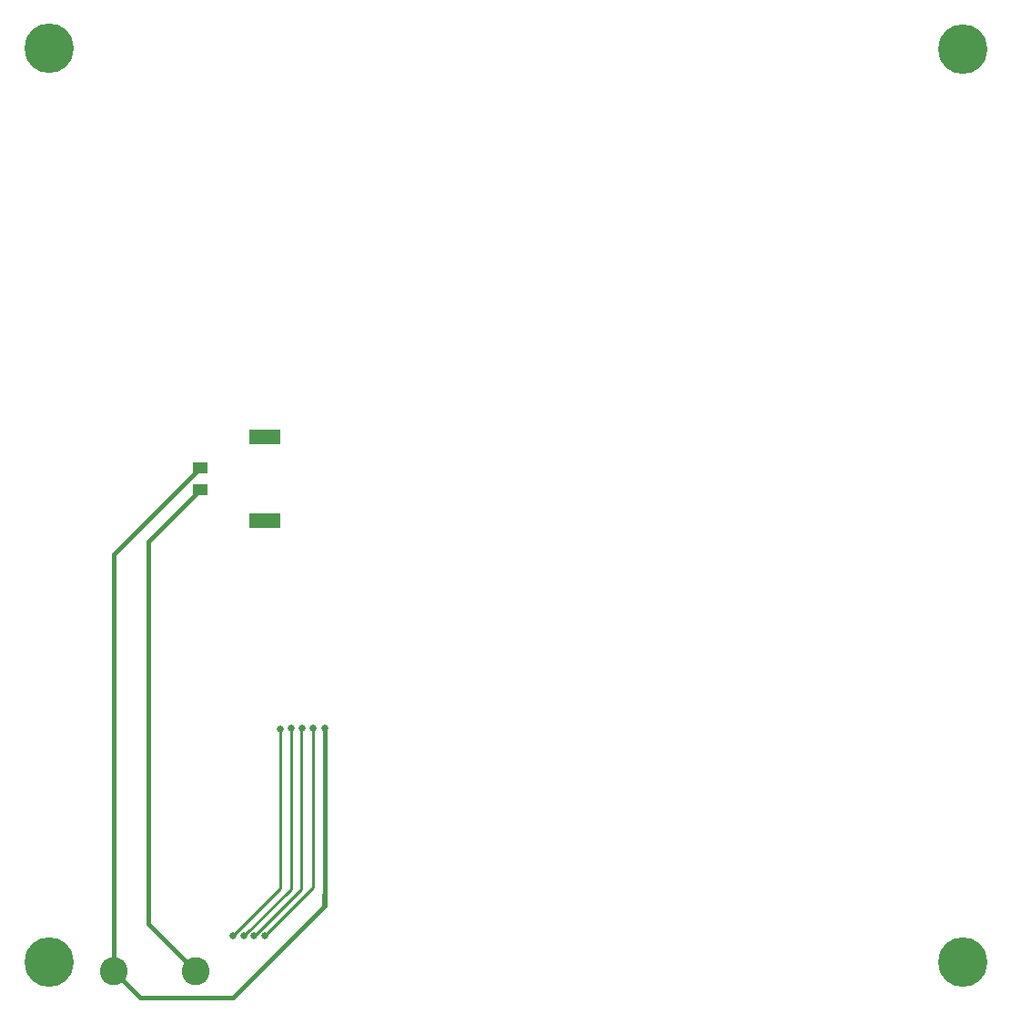
<source format=gbl>
%TF.GenerationSoftware,KiCad,Pcbnew,8.0.5*%
%TF.CreationDate,2024-11-12T20:49:10-08:00*%
%TF.ProjectId,Coil_Pannel_Z,436f696c-5f50-4616-9e6e-656c5f5a2e6b,1.0*%
%TF.SameCoordinates,Original*%
%TF.FileFunction,Copper,L6,Bot*%
%TF.FilePolarity,Positive*%
%FSLAX46Y46*%
G04 Gerber Fmt 4.6, Leading zero omitted, Abs format (unit mm)*
G04 Created by KiCad (PCBNEW 8.0.5) date 2024-11-12 20:49:10*
%MOMM*%
%LPD*%
G01*
G04 APERTURE LIST*
%TA.AperFunction,EtchedComponent*%
%ADD10C,0.000000*%
%TD*%
%TA.AperFunction,ComponentPad*%
%ADD11C,4.600000*%
%TD*%
%TA.AperFunction,ComponentPad*%
%ADD12C,2.600000*%
%TD*%
%TA.AperFunction,SMDPad,CuDef*%
%ADD13R,1.450000X1.100000*%
%TD*%
%TA.AperFunction,SMDPad,CuDef*%
%ADD14R,2.899999X1.350000*%
%TD*%
%TA.AperFunction,SMDPad,CuDef*%
%ADD15C,0.500000*%
%TD*%
%TA.AperFunction,ConnectorPad*%
%ADD16C,3.800000*%
%TD*%
%TA.AperFunction,ViaPad*%
%ADD17C,0.650000*%
%TD*%
%TA.AperFunction,Conductor*%
%ADD18C,0.450000*%
%TD*%
%TA.AperFunction,Conductor*%
%ADD19C,0.250000*%
%TD*%
G04 APERTURE END LIST*
D10*
%TA.AperFunction,EtchedComponent*%
G36*
X130554000Y-133674000D02*
G01*
X130054000Y-133674000D01*
X130054000Y-132674000D01*
X130554000Y-132674000D01*
X130554000Y-133674000D01*
G37*
%TD.AperFunction*%
D11*
X104641451Y-53941800D03*
D12*
X110694000Y-139774000D03*
X118314000Y-139774000D03*
D13*
X118754001Y-92945501D03*
X118754001Y-94945502D03*
D14*
X124729000Y-90050503D03*
X124729000Y-97840498D03*
D15*
X130304000Y-133674000D03*
X130304000Y-132674000D03*
D16*
X189637061Y-138948940D03*
D11*
X189637061Y-138948940D03*
D16*
X189636861Y-53948740D03*
D11*
X189636861Y-53948740D03*
X104637051Y-138948990D03*
D17*
X122820000Y-136474000D03*
X121804000Y-136474000D03*
X129220000Y-117174000D03*
X130304000Y-117174000D03*
X126211000Y-117202999D03*
X128204000Y-117174000D03*
X123738312Y-136474000D03*
X124754312Y-136474000D03*
X127188000Y-117174000D03*
D18*
X118754001Y-92945501D02*
X110694000Y-101005502D01*
X110694000Y-101005502D02*
X110694000Y-139774000D01*
X130304000Y-133674000D02*
X121804000Y-142174000D01*
X121804000Y-142174000D02*
X121104000Y-142174000D01*
X110694000Y-139774000D02*
X113094000Y-142174000D01*
X113094000Y-142174000D02*
X121104000Y-142174000D01*
D19*
X123804000Y-136474000D02*
X128104000Y-132174000D01*
X129220000Y-132008312D02*
X128804000Y-132424312D01*
D18*
X113904000Y-135364000D02*
X113904000Y-99774000D01*
D19*
X123738312Y-136474000D02*
X123804000Y-136474000D01*
D18*
X130304000Y-132674000D02*
X130304000Y-131974000D01*
X130304000Y-117174000D02*
X130304000Y-131974000D01*
D19*
X121804000Y-136474000D02*
X126211000Y-132067000D01*
X118732498Y-94945502D02*
X118754001Y-94945502D01*
X128104000Y-117274000D02*
X128204000Y-117174000D01*
X126211000Y-132067000D02*
X126211000Y-117202999D01*
X128104000Y-132174000D02*
X128104000Y-117274000D01*
X122820000Y-136474000D02*
X127188000Y-132106000D01*
X124754312Y-136474000D02*
X128804000Y-132424312D01*
D18*
X113904000Y-99774000D02*
X118732498Y-94945502D01*
X118314000Y-139774000D02*
X113904000Y-135364000D01*
D19*
X129220000Y-117174000D02*
X129220000Y-132008312D01*
X127188000Y-132106000D02*
X127188000Y-117174000D01*
M02*

</source>
